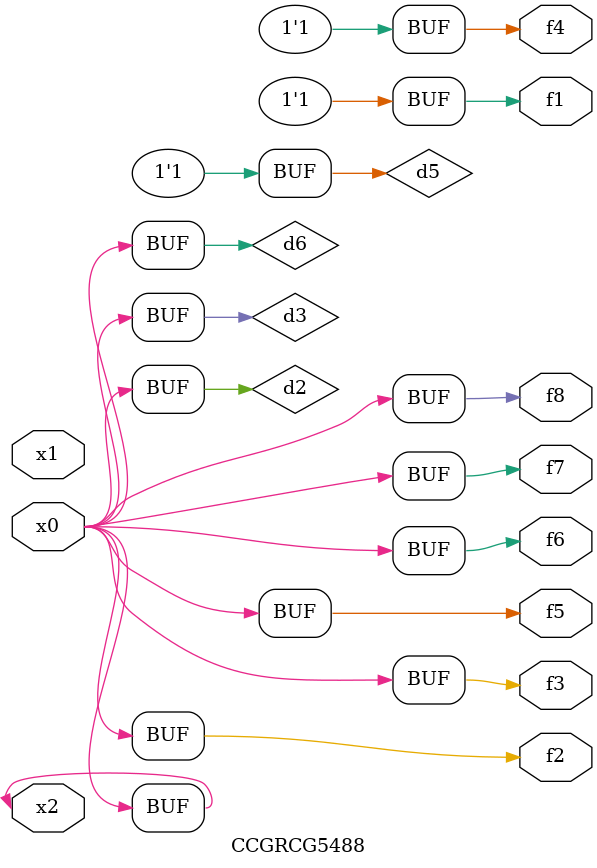
<source format=v>
module CCGRCG5488(
	input x0, x1, x2,
	output f1, f2, f3, f4, f5, f6, f7, f8
);

	wire d1, d2, d3, d4, d5, d6;

	xnor (d1, x2);
	buf (d2, x0, x2);
	and (d3, x0);
	xnor (d4, x1, x2);
	nand (d5, d1, d3);
	buf (d6, d2, d3);
	assign f1 = d5;
	assign f2 = d6;
	assign f3 = d6;
	assign f4 = d5;
	assign f5 = d6;
	assign f6 = d6;
	assign f7 = d6;
	assign f8 = d6;
endmodule

</source>
